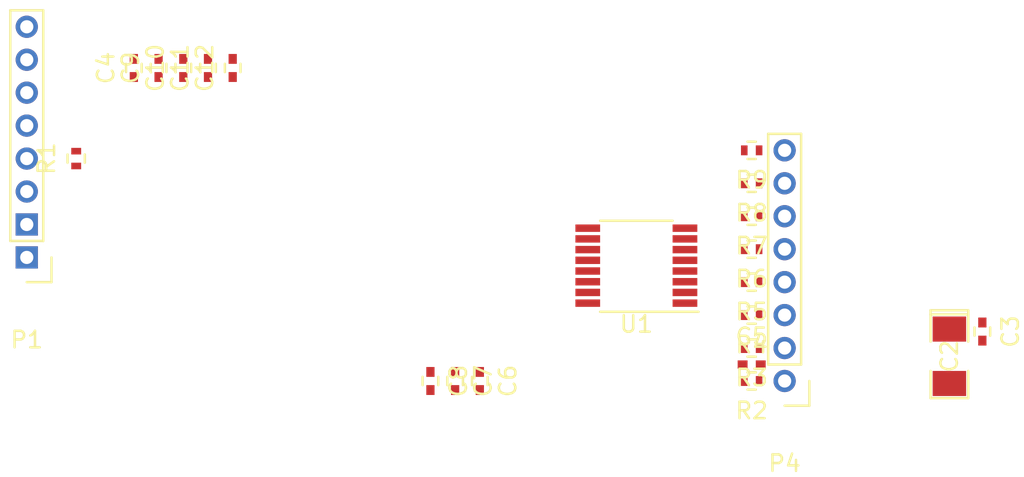
<source format=kicad_pcb>
(kicad_pcb (version 4) (host pcbnew 4.0.4-stable)

  (general
    (links 48)
    (no_connects 48)
    (area 152.966667 116.674999 218.775 146.075)
    (thickness 1.6)
    (drawings 0)
    (tracks 0)
    (zones 0)
    (modules 23)
    (nets 23)
  )

  (page A4)
  (layers
    (0 F.Cu signal)
    (31 B.Cu signal)
    (32 B.Adhes user)
    (33 F.Adhes user)
    (34 B.Paste user)
    (35 F.Paste user)
    (36 B.SilkS user)
    (37 F.SilkS user)
    (38 B.Mask user)
    (39 F.Mask user)
    (40 Dwgs.User user)
    (41 Cmts.User user)
    (42 Eco1.User user)
    (43 Eco2.User user)
    (44 Edge.Cuts user)
    (45 Margin user)
    (46 B.CrtYd user)
    (47 F.CrtYd user)
    (48 B.Fab user)
    (49 F.Fab user)
  )

  (setup
    (last_trace_width 0.5)
    (user_trace_width 0.3)
    (user_trace_width 0.4)
    (user_trace_width 0.5)
    (trace_clearance 0.2)
    (zone_clearance 0.3)
    (zone_45_only no)
    (trace_min 0.2)
    (segment_width 0.2)
    (edge_width 0.1)
    (via_size 0.6)
    (via_drill 0.4)
    (via_min_size 0.4)
    (via_min_drill 0.3)
    (uvia_size 0.3)
    (uvia_drill 0.1)
    (uvias_allowed no)
    (uvia_min_size 0.2)
    (uvia_min_drill 0.1)
    (pcb_text_width 0.3)
    (pcb_text_size 1.5 1.5)
    (mod_edge_width 0.15)
    (mod_text_size 1 1)
    (mod_text_width 0.15)
    (pad_size 1.35 1.35)
    (pad_drill 0.8)
    (pad_to_mask_clearance 0)
    (aux_axis_origin 0 0)
    (visible_elements 7FFCEFFF)
    (pcbplotparams
      (layerselection 0x00030_80000001)
      (usegerberextensions false)
      (excludeedgelayer true)
      (linewidth 0.100000)
      (plotframeref false)
      (viasonmask false)
      (mode 1)
      (useauxorigin false)
      (hpglpennumber 1)
      (hpglpenspeed 20)
      (hpglpendiameter 15)
      (hpglpenoverlay 2)
      (psnegative false)
      (psa4output false)
      (plotreference true)
      (plotvalue true)
      (plotinvisibletext false)
      (padsonsilk false)
      (subtractmaskfromsilk false)
      (outputformat 1)
      (mirror false)
      (drillshape 1)
      (scaleselection 1)
      (outputdirectory ""))
  )

  (net 0 "")
  (net 1 +3V3)
  (net 2 GND)
  (net 3 "Net-(C2-Pad1)")
  (net 4 "Net-(C4-Pad1)")
  (net 5 "Net-(C5-Pad1)")
  (net 6 "Net-(C6-Pad1)")
  (net 7 "Net-(C7-Pad1)")
  (net 8 "Net-(C8-Pad1)")
  (net 9 "Net-(C9-Pad1)")
  (net 10 "Net-(C10-Pad1)")
  (net 11 "Net-(C11-Pad1)")
  (net 12 "Net-(C12-Pad1)")
  (net 13 "Net-(P1-Pad7)")
  (net 14 "Net-(P1-Pad8)")
  (net 15 /CH0)
  (net 16 /CH1)
  (net 17 /CH2)
  (net 18 /CH3)
  (net 19 /CH4)
  (net 20 /CH5)
  (net 21 /CH6)
  (net 22 /CH7)

  (net_class Default "This is the default net class."
    (clearance 0.2)
    (trace_width 0.25)
    (via_dia 0.6)
    (via_drill 0.4)
    (uvia_dia 0.3)
    (uvia_drill 0.1)
    (add_net +3V3)
    (add_net /CH0)
    (add_net /CH1)
    (add_net /CH2)
    (add_net /CH3)
    (add_net /CH4)
    (add_net /CH5)
    (add_net /CH6)
    (add_net /CH7)
    (add_net GND)
    (add_net "Net-(C10-Pad1)")
    (add_net "Net-(C11-Pad1)")
    (add_net "Net-(C12-Pad1)")
    (add_net "Net-(C2-Pad1)")
    (add_net "Net-(C4-Pad1)")
    (add_net "Net-(C5-Pad1)")
    (add_net "Net-(C6-Pad1)")
    (add_net "Net-(C7-Pad1)")
    (add_net "Net-(C8-Pad1)")
    (add_net "Net-(C9-Pad1)")
    (add_net "Net-(P1-Pad7)")
    (add_net "Net-(P1-Pad8)")
  )

  (module SMD_Packages:SMD-1206_Pol (layer F.Cu) (tedit 0) (tstamp 5856AA7E)
    (at 214 138.5 270)
    (path /5855DFD4)
    (attr smd)
    (fp_text reference C2 (at 0 0 270) (layer F.SilkS)
      (effects (font (size 1 1) (thickness 0.15)))
    )
    (fp_text value 10uF (at 0 0 270) (layer F.Fab)
      (effects (font (size 1 1) (thickness 0.15)))
    )
    (fp_line (start -2.54 -1.143) (end -2.794 -1.143) (layer F.SilkS) (width 0.15))
    (fp_line (start -2.794 -1.143) (end -2.794 1.143) (layer F.SilkS) (width 0.15))
    (fp_line (start -2.794 1.143) (end -2.54 1.143) (layer F.SilkS) (width 0.15))
    (fp_line (start -2.54 -1.143) (end -2.54 1.143) (layer F.SilkS) (width 0.15))
    (fp_line (start -2.54 1.143) (end -0.889 1.143) (layer F.SilkS) (width 0.15))
    (fp_line (start 0.889 -1.143) (end 2.54 -1.143) (layer F.SilkS) (width 0.15))
    (fp_line (start 2.54 -1.143) (end 2.54 1.143) (layer F.SilkS) (width 0.15))
    (fp_line (start 2.54 1.143) (end 0.889 1.143) (layer F.SilkS) (width 0.15))
    (fp_line (start -0.889 -1.143) (end -2.54 -1.143) (layer F.SilkS) (width 0.15))
    (pad 1 smd rect (at -1.651 0 270) (size 1.524 2.032) (layers F.Cu F.Paste F.Mask)
      (net 3 "Net-(C2-Pad1)"))
    (pad 2 smd rect (at 1.651 0 270) (size 1.524 2.032) (layers F.Cu F.Paste F.Mask)
      (net 2 GND))
    (model SMD_Packages.3dshapes/SMD-1206_Pol.wrl
      (at (xyz 0 0 0))
      (scale (xyz 0.17 0.16 0.16))
      (rotate (xyz 0 0 0))
    )
  )

  (module Housings_SSOP:TSSOP-16_4.4x5mm_Pitch0.65mm (layer F.Cu) (tedit 54130A77) (tstamp 5856AB32)
    (at 195 133 180)
    (descr "16-Lead Plastic Thin Shrink Small Outline (ST)-4.4 mm Body [TSSOP] (see Microchip Packaging Specification 00000049BS.pdf)")
    (tags "SSOP 0.65")
    (path /5855DFE2)
    (attr smd)
    (fp_text reference U1 (at 0 -3.55 180) (layer F.SilkS)
      (effects (font (size 1 1) (thickness 0.15)))
    )
    (fp_text value ADS7828 (at 0 3.55 180) (layer F.Fab)
      (effects (font (size 1 1) (thickness 0.15)))
    )
    (fp_line (start -1.2 -2.5) (end 2.2 -2.5) (layer F.Fab) (width 0.15))
    (fp_line (start 2.2 -2.5) (end 2.2 2.5) (layer F.Fab) (width 0.15))
    (fp_line (start 2.2 2.5) (end -2.2 2.5) (layer F.Fab) (width 0.15))
    (fp_line (start -2.2 2.5) (end -2.2 -1.5) (layer F.Fab) (width 0.15))
    (fp_line (start -2.2 -1.5) (end -1.2 -2.5) (layer F.Fab) (width 0.15))
    (fp_line (start -3.95 -2.9) (end -3.95 2.8) (layer F.CrtYd) (width 0.05))
    (fp_line (start 3.95 -2.9) (end 3.95 2.8) (layer F.CrtYd) (width 0.05))
    (fp_line (start -3.95 -2.9) (end 3.95 -2.9) (layer F.CrtYd) (width 0.05))
    (fp_line (start -3.95 2.8) (end 3.95 2.8) (layer F.CrtYd) (width 0.05))
    (fp_line (start -2.2 2.725) (end 2.2 2.725) (layer F.SilkS) (width 0.15))
    (fp_line (start -3.775 -2.8) (end 2.2 -2.8) (layer F.SilkS) (width 0.15))
    (pad 1 smd rect (at -2.95 -2.275 180) (size 1.5 0.45) (layers F.Cu F.Paste F.Mask)
      (net 5 "Net-(C5-Pad1)"))
    (pad 2 smd rect (at -2.95 -1.625 180) (size 1.5 0.45) (layers F.Cu F.Paste F.Mask)
      (net 6 "Net-(C6-Pad1)"))
    (pad 3 smd rect (at -2.95 -0.975 180) (size 1.5 0.45) (layers F.Cu F.Paste F.Mask)
      (net 7 "Net-(C7-Pad1)"))
    (pad 4 smd rect (at -2.95 -0.325 180) (size 1.5 0.45) (layers F.Cu F.Paste F.Mask)
      (net 8 "Net-(C8-Pad1)"))
    (pad 5 smd rect (at -2.95 0.325 180) (size 1.5 0.45) (layers F.Cu F.Paste F.Mask)
      (net 9 "Net-(C9-Pad1)"))
    (pad 6 smd rect (at -2.95 0.975 180) (size 1.5 0.45) (layers F.Cu F.Paste F.Mask)
      (net 10 "Net-(C10-Pad1)"))
    (pad 7 smd rect (at -2.95 1.625 180) (size 1.5 0.45) (layers F.Cu F.Paste F.Mask)
      (net 11 "Net-(C11-Pad1)"))
    (pad 8 smd rect (at -2.95 2.275 180) (size 1.5 0.45) (layers F.Cu F.Paste F.Mask)
      (net 12 "Net-(C12-Pad1)"))
    (pad 9 smd rect (at 2.95 2.275 180) (size 1.5 0.45) (layers F.Cu F.Paste F.Mask)
      (net 2 GND))
    (pad 10 smd rect (at 2.95 1.625 180) (size 1.5 0.45) (layers F.Cu F.Paste F.Mask)
      (net 4 "Net-(C4-Pad1)"))
    (pad 11 smd rect (at 2.95 0.975 180) (size 1.5 0.45) (layers F.Cu F.Paste F.Mask)
      (net 2 GND))
    (pad 12 smd rect (at 2.95 0.325 180) (size 1.5 0.45) (layers F.Cu F.Paste F.Mask)
      (net 2 GND))
    (pad 13 smd rect (at 2.95 -0.325 180) (size 1.5 0.45) (layers F.Cu F.Paste F.Mask)
      (net 2 GND))
    (pad 14 smd rect (at 2.95 -0.975 180) (size 1.5 0.45) (layers F.Cu F.Paste F.Mask)
      (net 14 "Net-(P1-Pad8)"))
    (pad 15 smd rect (at 2.95 -1.625 180) (size 1.5 0.45) (layers F.Cu F.Paste F.Mask)
      (net 13 "Net-(P1-Pad7)"))
    (pad 16 smd rect (at 2.95 -2.275 180) (size 1.5 0.45) (layers F.Cu F.Paste F.Mask)
      (net 3 "Net-(C2-Pad1)"))
    (model Housings_SSOP.3dshapes/TSSOP-16_4.4x5mm_Pitch0.65mm.wrl
      (at (xyz 0 0 0))
      (scale (xyz 1 1 1))
      (rotate (xyz 0 0 0))
    )
  )

  (module Pin_Headers:Pin_Header_Straight_1x08_Pitch2.00mm (layer F.Cu) (tedit 5856F7D3) (tstamp 5856C956)
    (at 158 132.5 180)
    (descr "Through hole pin header, 1x08, 2.00mm pitch, single row")
    (tags "pin header single row")
    (path /5855D3E3)
    (fp_text reference P1 (at 0 -5 180) (layer F.SilkS)
      (effects (font (size 1 1) (thickness 0.15)))
    )
    (fp_text value CONN_01X08 (at 0 -3 180) (layer F.Fab)
      (effects (font (size 1 1) (thickness 0.15)))
    )
    (fp_line (start -1 1) (end 1 1) (layer F.SilkS) (width 0.15))
    (fp_line (start 1 1) (end 1 15) (layer F.SilkS) (width 0.15))
    (fp_line (start 1 15) (end -1 15) (layer F.SilkS) (width 0.15))
    (fp_line (start -1 15) (end -1 1) (layer F.SilkS) (width 0.15))
    (fp_line (start -1.6 -1.6) (end 1.6 -1.6) (layer F.CrtYd) (width 0.05))
    (fp_line (start 1.6 -1.6) (end 1.6 15.6) (layer F.CrtYd) (width 0.05))
    (fp_line (start 1.6 15.6) (end -1.6 15.6) (layer F.CrtYd) (width 0.05))
    (fp_line (start -1.6 15.6) (end -1.6 -1.6) (layer F.CrtYd) (width 0.05))
    (fp_line (start -1.5 0) (end -1.5 -1.5) (layer F.SilkS) (width 0.15))
    (fp_line (start -1.5 -1.5) (end 0 -1.5) (layer F.SilkS) (width 0.15))
    (pad 1 thru_hole rect (at 0 0 180) (size 1.35 1.35) (drill 0.8) (layers *.Cu *.Mask)
      (net 2 GND))
    (pad 2 thru_hole rect (at 0 2 180) (size 1.35 1.35) (drill 0.8) (layers *.Cu *.Mask)
      (net 2 GND))
    (pad 3 thru_hole circle (at 0 4 180) (size 1.35 1.35) (drill 0.8) (layers *.Cu *.Mask)
      (net 1 +3V3))
    (pad 4 thru_hole circle (at 0 6 180) (size 1.35 1.35) (drill 0.8) (layers *.Cu *.Mask)
      (net 1 +3V3))
    (pad 5 thru_hole circle (at 0 8 180) (size 1.35 1.35) (drill 0.8) (layers *.Cu *.Mask))
    (pad 6 thru_hole circle (at 0 10 180) (size 1.35 1.35) (drill 0.8) (layers *.Cu *.Mask))
    (pad 7 thru_hole circle (at 0 12 180) (size 1.35 1.35) (drill 0.8) (layers *.Cu *.Mask)
      (net 13 "Net-(P1-Pad7)"))
    (pad 8 thru_hole circle (at 0 14 180) (size 1.35 1.35) (drill 0.8) (layers *.Cu *.Mask)
      (net 14 "Net-(P1-Pad8)"))
    (model Pin_Headers.3dshapes/Pin_Header_Straight_1x08_Pitch2.00mm.wrl
      (at (xyz 0 0 0))
      (scale (xyz 1 1 1))
      (rotate (xyz 0 0 0))
    )
  )

  (module Pin_Headers:Pin_Header_Straight_1x08_Pitch2.00mm (layer F.Cu) (tedit 5856F7E1) (tstamp 5856C96D)
    (at 204 140 180)
    (descr "Through hole pin header, 1x08, 2.00mm pitch, single row")
    (tags "pin header single row")
    (path /5855D0FE)
    (fp_text reference P4 (at 0 -5 180) (layer F.SilkS)
      (effects (font (size 1 1) (thickness 0.15)))
    )
    (fp_text value CONN_01X08 (at 0 -3 180) (layer F.Fab)
      (effects (font (size 1 1) (thickness 0.15)))
    )
    (fp_line (start -1 1) (end 1 1) (layer F.SilkS) (width 0.15))
    (fp_line (start 1 1) (end 1 15) (layer F.SilkS) (width 0.15))
    (fp_line (start 1 15) (end -1 15) (layer F.SilkS) (width 0.15))
    (fp_line (start -1 15) (end -1 1) (layer F.SilkS) (width 0.15))
    (fp_line (start -1.6 -1.6) (end 1.6 -1.6) (layer F.CrtYd) (width 0.05))
    (fp_line (start 1.6 -1.6) (end 1.6 15.6) (layer F.CrtYd) (width 0.05))
    (fp_line (start 1.6 15.6) (end -1.6 15.6) (layer F.CrtYd) (width 0.05))
    (fp_line (start -1.6 15.6) (end -1.6 -1.6) (layer F.CrtYd) (width 0.05))
    (fp_line (start -1.5 0) (end -1.5 -1.5) (layer F.SilkS) (width 0.15))
    (fp_line (start -1.5 -1.5) (end 0 -1.5) (layer F.SilkS) (width 0.15))
    (pad 1 thru_hole oval (at 0 0 180) (size 1.35 1.35) (drill 0.8) (layers *.Cu *.Mask)
      (net 15 /CH0))
    (pad 2 thru_hole circle (at 0 2 180) (size 1.35 1.35) (drill 0.8) (layers *.Cu *.Mask)
      (net 16 /CH1))
    (pad 3 thru_hole circle (at 0 4 180) (size 1.35 1.35) (drill 0.8) (layers *.Cu *.Mask)
      (net 17 /CH2))
    (pad 4 thru_hole circle (at 0 6 180) (size 1.35 1.35) (drill 0.8) (layers *.Cu *.Mask)
      (net 18 /CH3))
    (pad 5 thru_hole circle (at 0 8 180) (size 1.35 1.35) (drill 0.8) (layers *.Cu *.Mask)
      (net 19 /CH4))
    (pad 6 thru_hole circle (at 0 10 180) (size 1.35 1.35) (drill 0.8) (layers *.Cu *.Mask)
      (net 20 /CH5))
    (pad 7 thru_hole circle (at 0 12 180) (size 1.35 1.35) (drill 0.8) (layers *.Cu *.Mask)
      (net 21 /CH6))
    (pad 8 thru_hole circle (at 0 14 180) (size 1.35 1.35) (drill 0.8) (layers *.Cu *.Mask)
      (net 22 /CH7))
    (model Pin_Headers.3dshapes/Pin_Header_Straight_1x08_Pitch2.00mm.wrl
      (at (xyz 0 0 0))
      (scale (xyz 1 1 1))
      (rotate (xyz 0 0 0))
    )
  )

  (module Capacitors_SMD:C_0402 (layer F.Cu) (tedit 5415D599) (tstamp 58752BAD)
    (at 216 137 270)
    (descr "Capacitor SMD 0402, reflow soldering, AVX (see smccp.pdf)")
    (tags "capacitor 0402")
    (path /5855E0D2)
    (attr smd)
    (fp_text reference C3 (at 0 -1.7 270) (layer F.SilkS)
      (effects (font (size 1 1) (thickness 0.15)))
    )
    (fp_text value 0.1uF (at 0 1.7 270) (layer F.Fab)
      (effects (font (size 1 1) (thickness 0.15)))
    )
    (fp_line (start -0.5 0.25) (end -0.5 -0.25) (layer F.Fab) (width 0.15))
    (fp_line (start 0.5 0.25) (end -0.5 0.25) (layer F.Fab) (width 0.15))
    (fp_line (start 0.5 -0.25) (end 0.5 0.25) (layer F.Fab) (width 0.15))
    (fp_line (start -0.5 -0.25) (end 0.5 -0.25) (layer F.Fab) (width 0.15))
    (fp_line (start -1.15 -0.6) (end 1.15 -0.6) (layer F.CrtYd) (width 0.05))
    (fp_line (start -1.15 0.6) (end 1.15 0.6) (layer F.CrtYd) (width 0.05))
    (fp_line (start -1.15 -0.6) (end -1.15 0.6) (layer F.CrtYd) (width 0.05))
    (fp_line (start 1.15 -0.6) (end 1.15 0.6) (layer F.CrtYd) (width 0.05))
    (fp_line (start 0.25 -0.475) (end -0.25 -0.475) (layer F.SilkS) (width 0.15))
    (fp_line (start -0.25 0.475) (end 0.25 0.475) (layer F.SilkS) (width 0.15))
    (pad 1 smd rect (at -0.55 0 270) (size 0.6 0.5) (layers F.Cu F.Paste F.Mask)
      (net 3 "Net-(C2-Pad1)"))
    (pad 2 smd rect (at 0.55 0 270) (size 0.6 0.5) (layers F.Cu F.Paste F.Mask)
      (net 2 GND))
    (model Capacitors_SMD.3dshapes/C_0402.wrl
      (at (xyz 0 0 0))
      (scale (xyz 1 1 1))
      (rotate (xyz 0 0 0))
    )
  )

  (module Capacitors_SMD:C_0402 (layer F.Cu) (tedit 5415D599) (tstamp 58752BB2)
    (at 164.5 121 90)
    (descr "Capacitor SMD 0402, reflow soldering, AVX (see smccp.pdf)")
    (tags "capacitor 0402")
    (path /5855DFCD)
    (attr smd)
    (fp_text reference C4 (at 0 -1.7 90) (layer F.SilkS)
      (effects (font (size 1 1) (thickness 0.15)))
    )
    (fp_text value 0.1uF (at 0 1.7 90) (layer F.Fab)
      (effects (font (size 1 1) (thickness 0.15)))
    )
    (fp_line (start -0.5 0.25) (end -0.5 -0.25) (layer F.Fab) (width 0.15))
    (fp_line (start 0.5 0.25) (end -0.5 0.25) (layer F.Fab) (width 0.15))
    (fp_line (start 0.5 -0.25) (end 0.5 0.25) (layer F.Fab) (width 0.15))
    (fp_line (start -0.5 -0.25) (end 0.5 -0.25) (layer F.Fab) (width 0.15))
    (fp_line (start -1.15 -0.6) (end 1.15 -0.6) (layer F.CrtYd) (width 0.05))
    (fp_line (start -1.15 0.6) (end 1.15 0.6) (layer F.CrtYd) (width 0.05))
    (fp_line (start -1.15 -0.6) (end -1.15 0.6) (layer F.CrtYd) (width 0.05))
    (fp_line (start 1.15 -0.6) (end 1.15 0.6) (layer F.CrtYd) (width 0.05))
    (fp_line (start 0.25 -0.475) (end -0.25 -0.475) (layer F.SilkS) (width 0.15))
    (fp_line (start -0.25 0.475) (end 0.25 0.475) (layer F.SilkS) (width 0.15))
    (pad 1 smd rect (at -0.55 0 90) (size 0.6 0.5) (layers F.Cu F.Paste F.Mask)
      (net 4 "Net-(C4-Pad1)"))
    (pad 2 smd rect (at 0.55 0 90) (size 0.6 0.5) (layers F.Cu F.Paste F.Mask)
      (net 2 GND))
    (model Capacitors_SMD.3dshapes/C_0402.wrl
      (at (xyz 0 0 0))
      (scale (xyz 1 1 1))
      (rotate (xyz 0 0 0))
    )
  )

  (module Capacitors_SMD:C_0402 (layer F.Cu) (tedit 5415D599) (tstamp 58752BB7)
    (at 202 139)
    (descr "Capacitor SMD 0402, reflow soldering, AVX (see smccp.pdf)")
    (tags "capacitor 0402")
    (path /5855DFEA)
    (attr smd)
    (fp_text reference C5 (at 0 -1.7) (layer F.SilkS)
      (effects (font (size 1 1) (thickness 0.15)))
    )
    (fp_text value C (at 0 1.7) (layer F.Fab)
      (effects (font (size 1 1) (thickness 0.15)))
    )
    (fp_line (start -0.5 0.25) (end -0.5 -0.25) (layer F.Fab) (width 0.15))
    (fp_line (start 0.5 0.25) (end -0.5 0.25) (layer F.Fab) (width 0.15))
    (fp_line (start 0.5 -0.25) (end 0.5 0.25) (layer F.Fab) (width 0.15))
    (fp_line (start -0.5 -0.25) (end 0.5 -0.25) (layer F.Fab) (width 0.15))
    (fp_line (start -1.15 -0.6) (end 1.15 -0.6) (layer F.CrtYd) (width 0.05))
    (fp_line (start -1.15 0.6) (end 1.15 0.6) (layer F.CrtYd) (width 0.05))
    (fp_line (start -1.15 -0.6) (end -1.15 0.6) (layer F.CrtYd) (width 0.05))
    (fp_line (start 1.15 -0.6) (end 1.15 0.6) (layer F.CrtYd) (width 0.05))
    (fp_line (start 0.25 -0.475) (end -0.25 -0.475) (layer F.SilkS) (width 0.15))
    (fp_line (start -0.25 0.475) (end 0.25 0.475) (layer F.SilkS) (width 0.15))
    (pad 1 smd rect (at -0.55 0) (size 0.6 0.5) (layers F.Cu F.Paste F.Mask)
      (net 5 "Net-(C5-Pad1)"))
    (pad 2 smd rect (at 0.55 0) (size 0.6 0.5) (layers F.Cu F.Paste F.Mask)
      (net 2 GND))
    (model Capacitors_SMD.3dshapes/C_0402.wrl
      (at (xyz 0 0 0))
      (scale (xyz 1 1 1))
      (rotate (xyz 0 0 0))
    )
  )

  (module Capacitors_SMD:C_0402 (layer F.Cu) (tedit 5415D599) (tstamp 58752BBC)
    (at 185.5 140 270)
    (descr "Capacitor SMD 0402, reflow soldering, AVX (see smccp.pdf)")
    (tags "capacitor 0402")
    (path /5855DFF1)
    (attr smd)
    (fp_text reference C6 (at 0 -1.7 270) (layer F.SilkS)
      (effects (font (size 1 1) (thickness 0.15)))
    )
    (fp_text value C (at 0 1.7 270) (layer F.Fab)
      (effects (font (size 1 1) (thickness 0.15)))
    )
    (fp_line (start -0.5 0.25) (end -0.5 -0.25) (layer F.Fab) (width 0.15))
    (fp_line (start 0.5 0.25) (end -0.5 0.25) (layer F.Fab) (width 0.15))
    (fp_line (start 0.5 -0.25) (end 0.5 0.25) (layer F.Fab) (width 0.15))
    (fp_line (start -0.5 -0.25) (end 0.5 -0.25) (layer F.Fab) (width 0.15))
    (fp_line (start -1.15 -0.6) (end 1.15 -0.6) (layer F.CrtYd) (width 0.05))
    (fp_line (start -1.15 0.6) (end 1.15 0.6) (layer F.CrtYd) (width 0.05))
    (fp_line (start -1.15 -0.6) (end -1.15 0.6) (layer F.CrtYd) (width 0.05))
    (fp_line (start 1.15 -0.6) (end 1.15 0.6) (layer F.CrtYd) (width 0.05))
    (fp_line (start 0.25 -0.475) (end -0.25 -0.475) (layer F.SilkS) (width 0.15))
    (fp_line (start -0.25 0.475) (end 0.25 0.475) (layer F.SilkS) (width 0.15))
    (pad 1 smd rect (at -0.55 0 270) (size 0.6 0.5) (layers F.Cu F.Paste F.Mask)
      (net 6 "Net-(C6-Pad1)"))
    (pad 2 smd rect (at 0.55 0 270) (size 0.6 0.5) (layers F.Cu F.Paste F.Mask)
      (net 2 GND))
    (model Capacitors_SMD.3dshapes/C_0402.wrl
      (at (xyz 0 0 0))
      (scale (xyz 1 1 1))
      (rotate (xyz 0 0 0))
    )
  )

  (module Capacitors_SMD:C_0402 (layer F.Cu) (tedit 5415D599) (tstamp 58752BC1)
    (at 184 140 270)
    (descr "Capacitor SMD 0402, reflow soldering, AVX (see smccp.pdf)")
    (tags "capacitor 0402")
    (path /5855DFF8)
    (attr smd)
    (fp_text reference C7 (at 0 -1.7 270) (layer F.SilkS)
      (effects (font (size 1 1) (thickness 0.15)))
    )
    (fp_text value C (at 0 1.7 270) (layer F.Fab)
      (effects (font (size 1 1) (thickness 0.15)))
    )
    (fp_line (start -0.5 0.25) (end -0.5 -0.25) (layer F.Fab) (width 0.15))
    (fp_line (start 0.5 0.25) (end -0.5 0.25) (layer F.Fab) (width 0.15))
    (fp_line (start 0.5 -0.25) (end 0.5 0.25) (layer F.Fab) (width 0.15))
    (fp_line (start -0.5 -0.25) (end 0.5 -0.25) (layer F.Fab) (width 0.15))
    (fp_line (start -1.15 -0.6) (end 1.15 -0.6) (layer F.CrtYd) (width 0.05))
    (fp_line (start -1.15 0.6) (end 1.15 0.6) (layer F.CrtYd) (width 0.05))
    (fp_line (start -1.15 -0.6) (end -1.15 0.6) (layer F.CrtYd) (width 0.05))
    (fp_line (start 1.15 -0.6) (end 1.15 0.6) (layer F.CrtYd) (width 0.05))
    (fp_line (start 0.25 -0.475) (end -0.25 -0.475) (layer F.SilkS) (width 0.15))
    (fp_line (start -0.25 0.475) (end 0.25 0.475) (layer F.SilkS) (width 0.15))
    (pad 1 smd rect (at -0.55 0 270) (size 0.6 0.5) (layers F.Cu F.Paste F.Mask)
      (net 7 "Net-(C7-Pad1)"))
    (pad 2 smd rect (at 0.55 0 270) (size 0.6 0.5) (layers F.Cu F.Paste F.Mask)
      (net 2 GND))
    (model Capacitors_SMD.3dshapes/C_0402.wrl
      (at (xyz 0 0 0))
      (scale (xyz 1 1 1))
      (rotate (xyz 0 0 0))
    )
  )

  (module Capacitors_SMD:C_0402 (layer F.Cu) (tedit 5415D599) (tstamp 58752BC6)
    (at 182.5 140 270)
    (descr "Capacitor SMD 0402, reflow soldering, AVX (see smccp.pdf)")
    (tags "capacitor 0402")
    (path /5855DFFF)
    (attr smd)
    (fp_text reference C8 (at 0 -1.7 270) (layer F.SilkS)
      (effects (font (size 1 1) (thickness 0.15)))
    )
    (fp_text value C (at 0 1.7 270) (layer F.Fab)
      (effects (font (size 1 1) (thickness 0.15)))
    )
    (fp_line (start -0.5 0.25) (end -0.5 -0.25) (layer F.Fab) (width 0.15))
    (fp_line (start 0.5 0.25) (end -0.5 0.25) (layer F.Fab) (width 0.15))
    (fp_line (start 0.5 -0.25) (end 0.5 0.25) (layer F.Fab) (width 0.15))
    (fp_line (start -0.5 -0.25) (end 0.5 -0.25) (layer F.Fab) (width 0.15))
    (fp_line (start -1.15 -0.6) (end 1.15 -0.6) (layer F.CrtYd) (width 0.05))
    (fp_line (start -1.15 0.6) (end 1.15 0.6) (layer F.CrtYd) (width 0.05))
    (fp_line (start -1.15 -0.6) (end -1.15 0.6) (layer F.CrtYd) (width 0.05))
    (fp_line (start 1.15 -0.6) (end 1.15 0.6) (layer F.CrtYd) (width 0.05))
    (fp_line (start 0.25 -0.475) (end -0.25 -0.475) (layer F.SilkS) (width 0.15))
    (fp_line (start -0.25 0.475) (end 0.25 0.475) (layer F.SilkS) (width 0.15))
    (pad 1 smd rect (at -0.55 0 270) (size 0.6 0.5) (layers F.Cu F.Paste F.Mask)
      (net 8 "Net-(C8-Pad1)"))
    (pad 2 smd rect (at 0.55 0 270) (size 0.6 0.5) (layers F.Cu F.Paste F.Mask)
      (net 2 GND))
    (model Capacitors_SMD.3dshapes/C_0402.wrl
      (at (xyz 0 0 0))
      (scale (xyz 1 1 1))
      (rotate (xyz 0 0 0))
    )
  )

  (module Capacitors_SMD:C_0402 (layer F.Cu) (tedit 5415D599) (tstamp 58752BCB)
    (at 166 121 90)
    (descr "Capacitor SMD 0402, reflow soldering, AVX (see smccp.pdf)")
    (tags "capacitor 0402")
    (path /5855E006)
    (attr smd)
    (fp_text reference C9 (at 0 -1.7 90) (layer F.SilkS)
      (effects (font (size 1 1) (thickness 0.15)))
    )
    (fp_text value C (at 0 1.7 90) (layer F.Fab)
      (effects (font (size 1 1) (thickness 0.15)))
    )
    (fp_line (start -0.5 0.25) (end -0.5 -0.25) (layer F.Fab) (width 0.15))
    (fp_line (start 0.5 0.25) (end -0.5 0.25) (layer F.Fab) (width 0.15))
    (fp_line (start 0.5 -0.25) (end 0.5 0.25) (layer F.Fab) (width 0.15))
    (fp_line (start -0.5 -0.25) (end 0.5 -0.25) (layer F.Fab) (width 0.15))
    (fp_line (start -1.15 -0.6) (end 1.15 -0.6) (layer F.CrtYd) (width 0.05))
    (fp_line (start -1.15 0.6) (end 1.15 0.6) (layer F.CrtYd) (width 0.05))
    (fp_line (start -1.15 -0.6) (end -1.15 0.6) (layer F.CrtYd) (width 0.05))
    (fp_line (start 1.15 -0.6) (end 1.15 0.6) (layer F.CrtYd) (width 0.05))
    (fp_line (start 0.25 -0.475) (end -0.25 -0.475) (layer F.SilkS) (width 0.15))
    (fp_line (start -0.25 0.475) (end 0.25 0.475) (layer F.SilkS) (width 0.15))
    (pad 1 smd rect (at -0.55 0 90) (size 0.6 0.5) (layers F.Cu F.Paste F.Mask)
      (net 9 "Net-(C9-Pad1)"))
    (pad 2 smd rect (at 0.55 0 90) (size 0.6 0.5) (layers F.Cu F.Paste F.Mask)
      (net 2 GND))
    (model Capacitors_SMD.3dshapes/C_0402.wrl
      (at (xyz 0 0 0))
      (scale (xyz 1 1 1))
      (rotate (xyz 0 0 0))
    )
  )

  (module Capacitors_SMD:C_0402 (layer F.Cu) (tedit 5415D599) (tstamp 58752BD0)
    (at 167.5 121 90)
    (descr "Capacitor SMD 0402, reflow soldering, AVX (see smccp.pdf)")
    (tags "capacitor 0402")
    (path /5855E00D)
    (attr smd)
    (fp_text reference C10 (at 0 -1.7 90) (layer F.SilkS)
      (effects (font (size 1 1) (thickness 0.15)))
    )
    (fp_text value C (at 0 1.7 90) (layer F.Fab)
      (effects (font (size 1 1) (thickness 0.15)))
    )
    (fp_line (start -0.5 0.25) (end -0.5 -0.25) (layer F.Fab) (width 0.15))
    (fp_line (start 0.5 0.25) (end -0.5 0.25) (layer F.Fab) (width 0.15))
    (fp_line (start 0.5 -0.25) (end 0.5 0.25) (layer F.Fab) (width 0.15))
    (fp_line (start -0.5 -0.25) (end 0.5 -0.25) (layer F.Fab) (width 0.15))
    (fp_line (start -1.15 -0.6) (end 1.15 -0.6) (layer F.CrtYd) (width 0.05))
    (fp_line (start -1.15 0.6) (end 1.15 0.6) (layer F.CrtYd) (width 0.05))
    (fp_line (start -1.15 -0.6) (end -1.15 0.6) (layer F.CrtYd) (width 0.05))
    (fp_line (start 1.15 -0.6) (end 1.15 0.6) (layer F.CrtYd) (width 0.05))
    (fp_line (start 0.25 -0.475) (end -0.25 -0.475) (layer F.SilkS) (width 0.15))
    (fp_line (start -0.25 0.475) (end 0.25 0.475) (layer F.SilkS) (width 0.15))
    (pad 1 smd rect (at -0.55 0 90) (size 0.6 0.5) (layers F.Cu F.Paste F.Mask)
      (net 10 "Net-(C10-Pad1)"))
    (pad 2 smd rect (at 0.55 0 90) (size 0.6 0.5) (layers F.Cu F.Paste F.Mask)
      (net 2 GND))
    (model Capacitors_SMD.3dshapes/C_0402.wrl
      (at (xyz 0 0 0))
      (scale (xyz 1 1 1))
      (rotate (xyz 0 0 0))
    )
  )

  (module Capacitors_SMD:C_0402 (layer F.Cu) (tedit 5415D599) (tstamp 58752BD5)
    (at 169 121 90)
    (descr "Capacitor SMD 0402, reflow soldering, AVX (see smccp.pdf)")
    (tags "capacitor 0402")
    (path /5855E014)
    (attr smd)
    (fp_text reference C11 (at 0 -1.7 90) (layer F.SilkS)
      (effects (font (size 1 1) (thickness 0.15)))
    )
    (fp_text value C (at 0 1.7 90) (layer F.Fab)
      (effects (font (size 1 1) (thickness 0.15)))
    )
    (fp_line (start -0.5 0.25) (end -0.5 -0.25) (layer F.Fab) (width 0.15))
    (fp_line (start 0.5 0.25) (end -0.5 0.25) (layer F.Fab) (width 0.15))
    (fp_line (start 0.5 -0.25) (end 0.5 0.25) (layer F.Fab) (width 0.15))
    (fp_line (start -0.5 -0.25) (end 0.5 -0.25) (layer F.Fab) (width 0.15))
    (fp_line (start -1.15 -0.6) (end 1.15 -0.6) (layer F.CrtYd) (width 0.05))
    (fp_line (start -1.15 0.6) (end 1.15 0.6) (layer F.CrtYd) (width 0.05))
    (fp_line (start -1.15 -0.6) (end -1.15 0.6) (layer F.CrtYd) (width 0.05))
    (fp_line (start 1.15 -0.6) (end 1.15 0.6) (layer F.CrtYd) (width 0.05))
    (fp_line (start 0.25 -0.475) (end -0.25 -0.475) (layer F.SilkS) (width 0.15))
    (fp_line (start -0.25 0.475) (end 0.25 0.475) (layer F.SilkS) (width 0.15))
    (pad 1 smd rect (at -0.55 0 90) (size 0.6 0.5) (layers F.Cu F.Paste F.Mask)
      (net 11 "Net-(C11-Pad1)"))
    (pad 2 smd rect (at 0.55 0 90) (size 0.6 0.5) (layers F.Cu F.Paste F.Mask)
      (net 2 GND))
    (model Capacitors_SMD.3dshapes/C_0402.wrl
      (at (xyz 0 0 0))
      (scale (xyz 1 1 1))
      (rotate (xyz 0 0 0))
    )
  )

  (module Capacitors_SMD:C_0402 (layer F.Cu) (tedit 5415D599) (tstamp 58752BDA)
    (at 170.5 121 90)
    (descr "Capacitor SMD 0402, reflow soldering, AVX (see smccp.pdf)")
    (tags "capacitor 0402")
    (path /5855E01B)
    (attr smd)
    (fp_text reference C12 (at 0 -1.7 90) (layer F.SilkS)
      (effects (font (size 1 1) (thickness 0.15)))
    )
    (fp_text value C (at 0 1.7 90) (layer F.Fab)
      (effects (font (size 1 1) (thickness 0.15)))
    )
    (fp_line (start -0.5 0.25) (end -0.5 -0.25) (layer F.Fab) (width 0.15))
    (fp_line (start 0.5 0.25) (end -0.5 0.25) (layer F.Fab) (width 0.15))
    (fp_line (start 0.5 -0.25) (end 0.5 0.25) (layer F.Fab) (width 0.15))
    (fp_line (start -0.5 -0.25) (end 0.5 -0.25) (layer F.Fab) (width 0.15))
    (fp_line (start -1.15 -0.6) (end 1.15 -0.6) (layer F.CrtYd) (width 0.05))
    (fp_line (start -1.15 0.6) (end 1.15 0.6) (layer F.CrtYd) (width 0.05))
    (fp_line (start -1.15 -0.6) (end -1.15 0.6) (layer F.CrtYd) (width 0.05))
    (fp_line (start 1.15 -0.6) (end 1.15 0.6) (layer F.CrtYd) (width 0.05))
    (fp_line (start 0.25 -0.475) (end -0.25 -0.475) (layer F.SilkS) (width 0.15))
    (fp_line (start -0.25 0.475) (end 0.25 0.475) (layer F.SilkS) (width 0.15))
    (pad 1 smd rect (at -0.55 0 90) (size 0.6 0.5) (layers F.Cu F.Paste F.Mask)
      (net 12 "Net-(C12-Pad1)"))
    (pad 2 smd rect (at 0.55 0 90) (size 0.6 0.5) (layers F.Cu F.Paste F.Mask)
      (net 2 GND))
    (model Capacitors_SMD.3dshapes/C_0402.wrl
      (at (xyz 0 0 0))
      (scale (xyz 1 1 1))
      (rotate (xyz 0 0 0))
    )
  )

  (module Resistors_SMD:R_0402 (layer F.Cu) (tedit 58307A8A) (tstamp 58752BDF)
    (at 161 126.5 90)
    (descr "Resistor SMD 0402, reflow soldering, Vishay (see dcrcw.pdf)")
    (tags "resistor 0402")
    (path /5855DFBA)
    (attr smd)
    (fp_text reference R1 (at 0 -1.8 90) (layer F.SilkS)
      (effects (font (size 1 1) (thickness 0.15)))
    )
    (fp_text value 5 (at 0 1.8 90) (layer F.Fab)
      (effects (font (size 1 1) (thickness 0.15)))
    )
    (fp_line (start -0.5 0.25) (end -0.5 -0.25) (layer F.Fab) (width 0.1))
    (fp_line (start 0.5 0.25) (end -0.5 0.25) (layer F.Fab) (width 0.1))
    (fp_line (start 0.5 -0.25) (end 0.5 0.25) (layer F.Fab) (width 0.1))
    (fp_line (start -0.5 -0.25) (end 0.5 -0.25) (layer F.Fab) (width 0.1))
    (fp_line (start -0.95 -0.65) (end 0.95 -0.65) (layer F.CrtYd) (width 0.05))
    (fp_line (start -0.95 0.65) (end 0.95 0.65) (layer F.CrtYd) (width 0.05))
    (fp_line (start -0.95 -0.65) (end -0.95 0.65) (layer F.CrtYd) (width 0.05))
    (fp_line (start 0.95 -0.65) (end 0.95 0.65) (layer F.CrtYd) (width 0.05))
    (fp_line (start 0.25 -0.525) (end -0.25 -0.525) (layer F.SilkS) (width 0.15))
    (fp_line (start -0.25 0.525) (end 0.25 0.525) (layer F.SilkS) (width 0.15))
    (pad 1 smd rect (at -0.45 0 90) (size 0.4 0.6) (layers F.Cu F.Paste F.Mask)
      (net 3 "Net-(C2-Pad1)"))
    (pad 2 smd rect (at 0.45 0 90) (size 0.4 0.6) (layers F.Cu F.Paste F.Mask)
      (net 1 +3V3))
    (model Resistors_SMD.3dshapes/R_0402.wrl
      (at (xyz 0 0 0))
      (scale (xyz 1 1 1))
      (rotate (xyz 0 0 0))
    )
  )

  (module Resistors_SMD:R_0402 (layer F.Cu) (tedit 58307A8A) (tstamp 58752BE4)
    (at 202 140 180)
    (descr "Resistor SMD 0402, reflow soldering, Vishay (see dcrcw.pdf)")
    (tags "resistor 0402")
    (path /5855E050)
    (attr smd)
    (fp_text reference R2 (at 0 -1.8 180) (layer F.SilkS)
      (effects (font (size 1 1) (thickness 0.15)))
    )
    (fp_text value R (at 0 1.8 180) (layer F.Fab)
      (effects (font (size 1 1) (thickness 0.15)))
    )
    (fp_line (start -0.5 0.25) (end -0.5 -0.25) (layer F.Fab) (width 0.1))
    (fp_line (start 0.5 0.25) (end -0.5 0.25) (layer F.Fab) (width 0.1))
    (fp_line (start 0.5 -0.25) (end 0.5 0.25) (layer F.Fab) (width 0.1))
    (fp_line (start -0.5 -0.25) (end 0.5 -0.25) (layer F.Fab) (width 0.1))
    (fp_line (start -0.95 -0.65) (end 0.95 -0.65) (layer F.CrtYd) (width 0.05))
    (fp_line (start -0.95 0.65) (end 0.95 0.65) (layer F.CrtYd) (width 0.05))
    (fp_line (start -0.95 -0.65) (end -0.95 0.65) (layer F.CrtYd) (width 0.05))
    (fp_line (start 0.95 -0.65) (end 0.95 0.65) (layer F.CrtYd) (width 0.05))
    (fp_line (start 0.25 -0.525) (end -0.25 -0.525) (layer F.SilkS) (width 0.15))
    (fp_line (start -0.25 0.525) (end 0.25 0.525) (layer F.SilkS) (width 0.15))
    (pad 1 smd rect (at -0.45 0 180) (size 0.4 0.6) (layers F.Cu F.Paste F.Mask)
      (net 15 /CH0))
    (pad 2 smd rect (at 0.45 0 180) (size 0.4 0.6) (layers F.Cu F.Paste F.Mask)
      (net 5 "Net-(C5-Pad1)"))
    (model Resistors_SMD.3dshapes/R_0402.wrl
      (at (xyz 0 0 0))
      (scale (xyz 1 1 1))
      (rotate (xyz 0 0 0))
    )
  )

  (module Resistors_SMD:R_0402 (layer F.Cu) (tedit 58307A8A) (tstamp 58752BE9)
    (at 202 138 180)
    (descr "Resistor SMD 0402, reflow soldering, Vishay (see dcrcw.pdf)")
    (tags "resistor 0402")
    (path /5855E057)
    (attr smd)
    (fp_text reference R3 (at 0 -1.8 180) (layer F.SilkS)
      (effects (font (size 1 1) (thickness 0.15)))
    )
    (fp_text value R (at 0 1.8 180) (layer F.Fab)
      (effects (font (size 1 1) (thickness 0.15)))
    )
    (fp_line (start -0.5 0.25) (end -0.5 -0.25) (layer F.Fab) (width 0.1))
    (fp_line (start 0.5 0.25) (end -0.5 0.25) (layer F.Fab) (width 0.1))
    (fp_line (start 0.5 -0.25) (end 0.5 0.25) (layer F.Fab) (width 0.1))
    (fp_line (start -0.5 -0.25) (end 0.5 -0.25) (layer F.Fab) (width 0.1))
    (fp_line (start -0.95 -0.65) (end 0.95 -0.65) (layer F.CrtYd) (width 0.05))
    (fp_line (start -0.95 0.65) (end 0.95 0.65) (layer F.CrtYd) (width 0.05))
    (fp_line (start -0.95 -0.65) (end -0.95 0.65) (layer F.CrtYd) (width 0.05))
    (fp_line (start 0.95 -0.65) (end 0.95 0.65) (layer F.CrtYd) (width 0.05))
    (fp_line (start 0.25 -0.525) (end -0.25 -0.525) (layer F.SilkS) (width 0.15))
    (fp_line (start -0.25 0.525) (end 0.25 0.525) (layer F.SilkS) (width 0.15))
    (pad 1 smd rect (at -0.45 0 180) (size 0.4 0.6) (layers F.Cu F.Paste F.Mask)
      (net 16 /CH1))
    (pad 2 smd rect (at 0.45 0 180) (size 0.4 0.6) (layers F.Cu F.Paste F.Mask)
      (net 6 "Net-(C6-Pad1)"))
    (model Resistors_SMD.3dshapes/R_0402.wrl
      (at (xyz 0 0 0))
      (scale (xyz 1 1 1))
      (rotate (xyz 0 0 0))
    )
  )

  (module Resistors_SMD:R_0402 (layer F.Cu) (tedit 58307A8A) (tstamp 58752BEE)
    (at 202 136 180)
    (descr "Resistor SMD 0402, reflow soldering, Vishay (see dcrcw.pdf)")
    (tags "resistor 0402")
    (path /5855E05E)
    (attr smd)
    (fp_text reference R4 (at 0 -1.8 180) (layer F.SilkS)
      (effects (font (size 1 1) (thickness 0.15)))
    )
    (fp_text value R (at 0 1.8 180) (layer F.Fab)
      (effects (font (size 1 1) (thickness 0.15)))
    )
    (fp_line (start -0.5 0.25) (end -0.5 -0.25) (layer F.Fab) (width 0.1))
    (fp_line (start 0.5 0.25) (end -0.5 0.25) (layer F.Fab) (width 0.1))
    (fp_line (start 0.5 -0.25) (end 0.5 0.25) (layer F.Fab) (width 0.1))
    (fp_line (start -0.5 -0.25) (end 0.5 -0.25) (layer F.Fab) (width 0.1))
    (fp_line (start -0.95 -0.65) (end 0.95 -0.65) (layer F.CrtYd) (width 0.05))
    (fp_line (start -0.95 0.65) (end 0.95 0.65) (layer F.CrtYd) (width 0.05))
    (fp_line (start -0.95 -0.65) (end -0.95 0.65) (layer F.CrtYd) (width 0.05))
    (fp_line (start 0.95 -0.65) (end 0.95 0.65) (layer F.CrtYd) (width 0.05))
    (fp_line (start 0.25 -0.525) (end -0.25 -0.525) (layer F.SilkS) (width 0.15))
    (fp_line (start -0.25 0.525) (end 0.25 0.525) (layer F.SilkS) (width 0.15))
    (pad 1 smd rect (at -0.45 0 180) (size 0.4 0.6) (layers F.Cu F.Paste F.Mask)
      (net 17 /CH2))
    (pad 2 smd rect (at 0.45 0 180) (size 0.4 0.6) (layers F.Cu F.Paste F.Mask)
      (net 7 "Net-(C7-Pad1)"))
    (model Resistors_SMD.3dshapes/R_0402.wrl
      (at (xyz 0 0 0))
      (scale (xyz 1 1 1))
      (rotate (xyz 0 0 0))
    )
  )

  (module Resistors_SMD:R_0402 (layer F.Cu) (tedit 58307A8A) (tstamp 58752BF3)
    (at 202 134 180)
    (descr "Resistor SMD 0402, reflow soldering, Vishay (see dcrcw.pdf)")
    (tags "resistor 0402")
    (path /5855E065)
    (attr smd)
    (fp_text reference R5 (at 0 -1.8 180) (layer F.SilkS)
      (effects (font (size 1 1) (thickness 0.15)))
    )
    (fp_text value R (at 0 1.8 180) (layer F.Fab)
      (effects (font (size 1 1) (thickness 0.15)))
    )
    (fp_line (start -0.5 0.25) (end -0.5 -0.25) (layer F.Fab) (width 0.1))
    (fp_line (start 0.5 0.25) (end -0.5 0.25) (layer F.Fab) (width 0.1))
    (fp_line (start 0.5 -0.25) (end 0.5 0.25) (layer F.Fab) (width 0.1))
    (fp_line (start -0.5 -0.25) (end 0.5 -0.25) (layer F.Fab) (width 0.1))
    (fp_line (start -0.95 -0.65) (end 0.95 -0.65) (layer F.CrtYd) (width 0.05))
    (fp_line (start -0.95 0.65) (end 0.95 0.65) (layer F.CrtYd) (width 0.05))
    (fp_line (start -0.95 -0.65) (end -0.95 0.65) (layer F.CrtYd) (width 0.05))
    (fp_line (start 0.95 -0.65) (end 0.95 0.65) (layer F.CrtYd) (width 0.05))
    (fp_line (start 0.25 -0.525) (end -0.25 -0.525) (layer F.SilkS) (width 0.15))
    (fp_line (start -0.25 0.525) (end 0.25 0.525) (layer F.SilkS) (width 0.15))
    (pad 1 smd rect (at -0.45 0 180) (size 0.4 0.6) (layers F.Cu F.Paste F.Mask)
      (net 18 /CH3))
    (pad 2 smd rect (at 0.45 0 180) (size 0.4 0.6) (layers F.Cu F.Paste F.Mask)
      (net 8 "Net-(C8-Pad1)"))
    (model Resistors_SMD.3dshapes/R_0402.wrl
      (at (xyz 0 0 0))
      (scale (xyz 1 1 1))
      (rotate (xyz 0 0 0))
    )
  )

  (module Resistors_SMD:R_0402 (layer F.Cu) (tedit 58307A8A) (tstamp 58752BF8)
    (at 202 132 180)
    (descr "Resistor SMD 0402, reflow soldering, Vishay (see dcrcw.pdf)")
    (tags "resistor 0402")
    (path /5855E06C)
    (attr smd)
    (fp_text reference R6 (at 0 -1.8 180) (layer F.SilkS)
      (effects (font (size 1 1) (thickness 0.15)))
    )
    (fp_text value R (at 0 1.8 180) (layer F.Fab)
      (effects (font (size 1 1) (thickness 0.15)))
    )
    (fp_line (start -0.5 0.25) (end -0.5 -0.25) (layer F.Fab) (width 0.1))
    (fp_line (start 0.5 0.25) (end -0.5 0.25) (layer F.Fab) (width 0.1))
    (fp_line (start 0.5 -0.25) (end 0.5 0.25) (layer F.Fab) (width 0.1))
    (fp_line (start -0.5 -0.25) (end 0.5 -0.25) (layer F.Fab) (width 0.1))
    (fp_line (start -0.95 -0.65) (end 0.95 -0.65) (layer F.CrtYd) (width 0.05))
    (fp_line (start -0.95 0.65) (end 0.95 0.65) (layer F.CrtYd) (width 0.05))
    (fp_line (start -0.95 -0.65) (end -0.95 0.65) (layer F.CrtYd) (width 0.05))
    (fp_line (start 0.95 -0.65) (end 0.95 0.65) (layer F.CrtYd) (width 0.05))
    (fp_line (start 0.25 -0.525) (end -0.25 -0.525) (layer F.SilkS) (width 0.15))
    (fp_line (start -0.25 0.525) (end 0.25 0.525) (layer F.SilkS) (width 0.15))
    (pad 1 smd rect (at -0.45 0 180) (size 0.4 0.6) (layers F.Cu F.Paste F.Mask)
      (net 19 /CH4))
    (pad 2 smd rect (at 0.45 0 180) (size 0.4 0.6) (layers F.Cu F.Paste F.Mask)
      (net 9 "Net-(C9-Pad1)"))
    (model Resistors_SMD.3dshapes/R_0402.wrl
      (at (xyz 0 0 0))
      (scale (xyz 1 1 1))
      (rotate (xyz 0 0 0))
    )
  )

  (module Resistors_SMD:R_0402 (layer F.Cu) (tedit 58307A8A) (tstamp 58752BFD)
    (at 202 130 180)
    (descr "Resistor SMD 0402, reflow soldering, Vishay (see dcrcw.pdf)")
    (tags "resistor 0402")
    (path /5855E073)
    (attr smd)
    (fp_text reference R7 (at 0 -1.8 180) (layer F.SilkS)
      (effects (font (size 1 1) (thickness 0.15)))
    )
    (fp_text value R (at 0 1.8 180) (layer F.Fab)
      (effects (font (size 1 1) (thickness 0.15)))
    )
    (fp_line (start -0.5 0.25) (end -0.5 -0.25) (layer F.Fab) (width 0.1))
    (fp_line (start 0.5 0.25) (end -0.5 0.25) (layer F.Fab) (width 0.1))
    (fp_line (start 0.5 -0.25) (end 0.5 0.25) (layer F.Fab) (width 0.1))
    (fp_line (start -0.5 -0.25) (end 0.5 -0.25) (layer F.Fab) (width 0.1))
    (fp_line (start -0.95 -0.65) (end 0.95 -0.65) (layer F.CrtYd) (width 0.05))
    (fp_line (start -0.95 0.65) (end 0.95 0.65) (layer F.CrtYd) (width 0.05))
    (fp_line (start -0.95 -0.65) (end -0.95 0.65) (layer F.CrtYd) (width 0.05))
    (fp_line (start 0.95 -0.65) (end 0.95 0.65) (layer F.CrtYd) (width 0.05))
    (fp_line (start 0.25 -0.525) (end -0.25 -0.525) (layer F.SilkS) (width 0.15))
    (fp_line (start -0.25 0.525) (end 0.25 0.525) (layer F.SilkS) (width 0.15))
    (pad 1 smd rect (at -0.45 0 180) (size 0.4 0.6) (layers F.Cu F.Paste F.Mask)
      (net 20 /CH5))
    (pad 2 smd rect (at 0.45 0 180) (size 0.4 0.6) (layers F.Cu F.Paste F.Mask)
      (net 10 "Net-(C10-Pad1)"))
    (model Resistors_SMD.3dshapes/R_0402.wrl
      (at (xyz 0 0 0))
      (scale (xyz 1 1 1))
      (rotate (xyz 0 0 0))
    )
  )

  (module Resistors_SMD:R_0402 (layer F.Cu) (tedit 58307A8A) (tstamp 58752C02)
    (at 202 128 180)
    (descr "Resistor SMD 0402, reflow soldering, Vishay (see dcrcw.pdf)")
    (tags "resistor 0402")
    (path /5855E07A)
    (attr smd)
    (fp_text reference R8 (at 0 -1.8 180) (layer F.SilkS)
      (effects (font (size 1 1) (thickness 0.15)))
    )
    (fp_text value R (at 0 1.8 180) (layer F.Fab)
      (effects (font (size 1 1) (thickness 0.15)))
    )
    (fp_line (start -0.5 0.25) (end -0.5 -0.25) (layer F.Fab) (width 0.1))
    (fp_line (start 0.5 0.25) (end -0.5 0.25) (layer F.Fab) (width 0.1))
    (fp_line (start 0.5 -0.25) (end 0.5 0.25) (layer F.Fab) (width 0.1))
    (fp_line (start -0.5 -0.25) (end 0.5 -0.25) (layer F.Fab) (width 0.1))
    (fp_line (start -0.95 -0.65) (end 0.95 -0.65) (layer F.CrtYd) (width 0.05))
    (fp_line (start -0.95 0.65) (end 0.95 0.65) (layer F.CrtYd) (width 0.05))
    (fp_line (start -0.95 -0.65) (end -0.95 0.65) (layer F.CrtYd) (width 0.05))
    (fp_line (start 0.95 -0.65) (end 0.95 0.65) (layer F.CrtYd) (width 0.05))
    (fp_line (start 0.25 -0.525) (end -0.25 -0.525) (layer F.SilkS) (width 0.15))
    (fp_line (start -0.25 0.525) (end 0.25 0.525) (layer F.SilkS) (width 0.15))
    (pad 1 smd rect (at -0.45 0 180) (size 0.4 0.6) (layers F.Cu F.Paste F.Mask)
      (net 21 /CH6))
    (pad 2 smd rect (at 0.45 0 180) (size 0.4 0.6) (layers F.Cu F.Paste F.Mask)
      (net 11 "Net-(C11-Pad1)"))
    (model Resistors_SMD.3dshapes/R_0402.wrl
      (at (xyz 0 0 0))
      (scale (xyz 1 1 1))
      (rotate (xyz 0 0 0))
    )
  )

  (module Resistors_SMD:R_0402 (layer F.Cu) (tedit 58307A8A) (tstamp 58752C07)
    (at 202 126 180)
    (descr "Resistor SMD 0402, reflow soldering, Vishay (see dcrcw.pdf)")
    (tags "resistor 0402")
    (path /5855E081)
    (attr smd)
    (fp_text reference R9 (at 0 -1.8 180) (layer F.SilkS)
      (effects (font (size 1 1) (thickness 0.15)))
    )
    (fp_text value R (at 0 1.8 180) (layer F.Fab)
      (effects (font (size 1 1) (thickness 0.15)))
    )
    (fp_line (start -0.5 0.25) (end -0.5 -0.25) (layer F.Fab) (width 0.1))
    (fp_line (start 0.5 0.25) (end -0.5 0.25) (layer F.Fab) (width 0.1))
    (fp_line (start 0.5 -0.25) (end 0.5 0.25) (layer F.Fab) (width 0.1))
    (fp_line (start -0.5 -0.25) (end 0.5 -0.25) (layer F.Fab) (width 0.1))
    (fp_line (start -0.95 -0.65) (end 0.95 -0.65) (layer F.CrtYd) (width 0.05))
    (fp_line (start -0.95 0.65) (end 0.95 0.65) (layer F.CrtYd) (width 0.05))
    (fp_line (start -0.95 -0.65) (end -0.95 0.65) (layer F.CrtYd) (width 0.05))
    (fp_line (start 0.95 -0.65) (end 0.95 0.65) (layer F.CrtYd) (width 0.05))
    (fp_line (start 0.25 -0.525) (end -0.25 -0.525) (layer F.SilkS) (width 0.15))
    (fp_line (start -0.25 0.525) (end 0.25 0.525) (layer F.SilkS) (width 0.15))
    (pad 1 smd rect (at -0.45 0 180) (size 0.4 0.6) (layers F.Cu F.Paste F.Mask)
      (net 22 /CH7))
    (pad 2 smd rect (at 0.45 0 180) (size 0.4 0.6) (layers F.Cu F.Paste F.Mask)
      (net 12 "Net-(C12-Pad1)"))
    (model Resistors_SMD.3dshapes/R_0402.wrl
      (at (xyz 0 0 0))
      (scale (xyz 1 1 1))
      (rotate (xyz 0 0 0))
    )
  )

)

</source>
